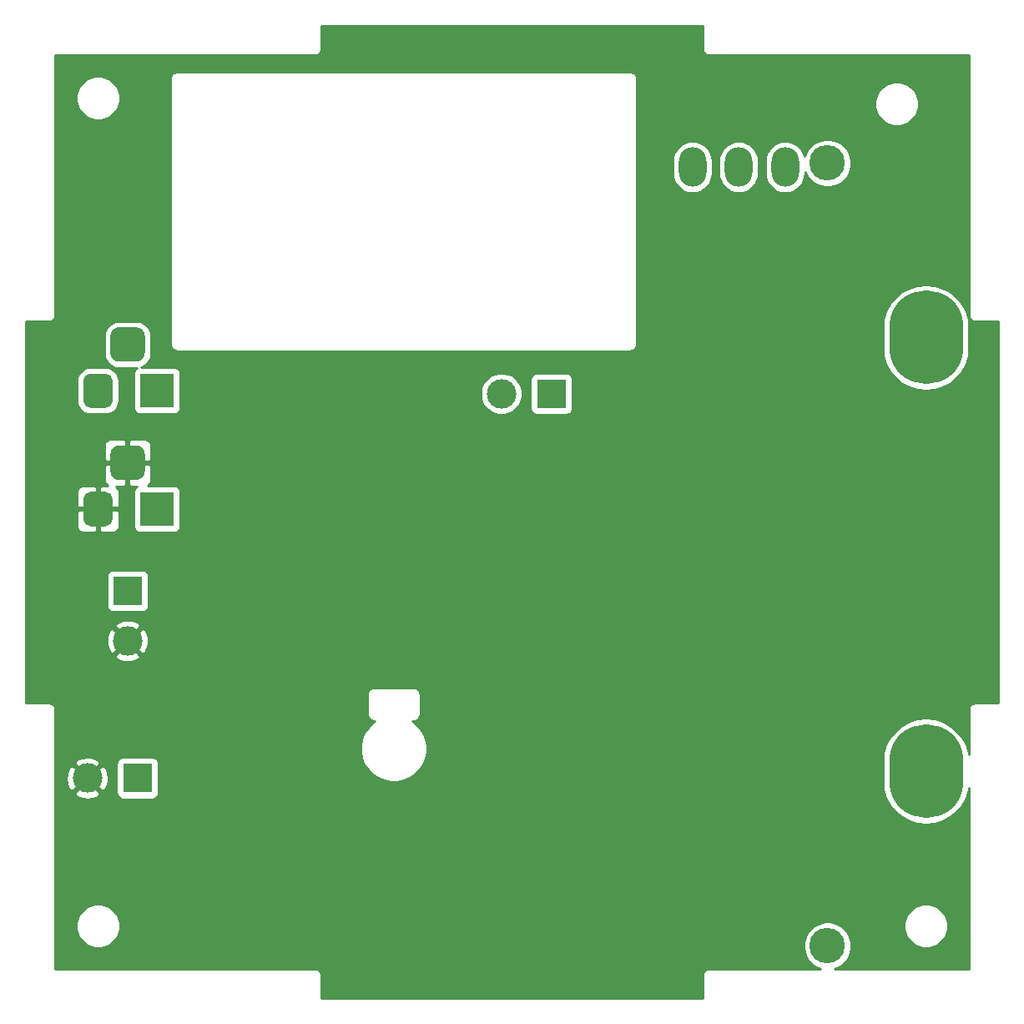
<source format=gbr>
%TF.GenerationSoftware,KiCad,Pcbnew,(5.1.6)-1*%
%TF.CreationDate,2020-10-02T15:43:25+02:00*%
%TF.ProjectId,netzteilegeregelt,6e65747a-7465-4696-9c65-676572656765,rev?*%
%TF.SameCoordinates,Original*%
%TF.FileFunction,Copper,L1,Top*%
%TF.FilePolarity,Positive*%
%FSLAX46Y46*%
G04 Gerber Fmt 4.6, Leading zero omitted, Abs format (unit mm)*
G04 Created by KiCad (PCBNEW (5.1.6)-1) date 2020-10-02 15:43:25*
%MOMM*%
%LPD*%
G01*
G04 APERTURE LIST*
%TA.AperFunction,ComponentPad*%
%ADD10O,2.800000X4.000000*%
%TD*%
%TA.AperFunction,ComponentPad*%
%ADD11C,3.600000*%
%TD*%
%TA.AperFunction,WasherPad*%
%ADD12O,7.500000X9.500000*%
%TD*%
%TA.AperFunction,ComponentPad*%
%ADD13C,3.000000*%
%TD*%
%TA.AperFunction,ComponentPad*%
%ADD14R,3.000000X3.000000*%
%TD*%
%TA.AperFunction,ComponentPad*%
%ADD15R,3.500000X3.500000*%
%TD*%
%TA.AperFunction,Conductor*%
%ADD16C,0.254000*%
%TD*%
G04 APERTURE END LIST*
D10*
%TO.P,SW1,3*%
%TO.N,Net-(R2-Pad1)*%
X127700000Y-65000000D03*
%TO.P,SW1,2*%
%TO.N,Net-(J3-Pad2)*%
X123000000Y-65000000D03*
%TO.P,SW1,1*%
%TO.N,Net-(SW1-Pad1)*%
X118300000Y-65000000D03*
%TD*%
D11*
%TO.P,R2,2*%
%TO.N,Net-(J4-Pad1)*%
X132000000Y-144000000D03*
%TO.P,R2,1*%
%TO.N,Net-(R2-Pad1)*%
X132000000Y-64600000D03*
D12*
%TO.P,R2,*%
%TO.N,*%
X142000000Y-82300000D03*
X142000000Y-126300000D03*
%TD*%
D13*
%TO.P,J5,2*%
%TO.N,GND*%
X61000000Y-113080000D03*
D14*
%TO.P,J5,1*%
%TO.N,+12V*%
X61000000Y-108000000D03*
%TD*%
D13*
%TO.P,J4,2*%
%TO.N,GND*%
X56920000Y-127000000D03*
D14*
%TO.P,J4,1*%
%TO.N,Net-(J4-Pad1)*%
X62000000Y-127000000D03*
%TD*%
D13*
%TO.P,J3,2*%
%TO.N,Net-(J3-Pad2)*%
X98920000Y-88000000D03*
D14*
%TO.P,J3,1*%
%TO.N,+12V*%
X104000000Y-88000000D03*
%TD*%
%TO.P,J2,3*%
%TO.N,GND*%
%TA.AperFunction,ComponentPad*%
G36*
G01*
X59250000Y-95875000D02*
X59250000Y-94125000D01*
G75*
G02*
X60125000Y-93250000I875000J0D01*
G01*
X61875000Y-93250000D01*
G75*
G02*
X62750000Y-94125000I0J-875000D01*
G01*
X62750000Y-95875000D01*
G75*
G02*
X61875000Y-96750000I-875000J0D01*
G01*
X60125000Y-96750000D01*
G75*
G02*
X59250000Y-95875000I0J875000D01*
G01*
G37*
%TD.AperFunction*%
%TO.P,J2,2*%
%TA.AperFunction,ComponentPad*%
G36*
G01*
X56500000Y-100700000D02*
X56500000Y-98700000D01*
G75*
G02*
X57250000Y-97950000I750000J0D01*
G01*
X58750000Y-97950000D01*
G75*
G02*
X59500000Y-98700000I0J-750000D01*
G01*
X59500000Y-100700000D01*
G75*
G02*
X58750000Y-101450000I-750000J0D01*
G01*
X57250000Y-101450000D01*
G75*
G02*
X56500000Y-100700000I0J750000D01*
G01*
G37*
%TD.AperFunction*%
D15*
%TO.P,J2,1*%
%TO.N,+12V*%
X64000000Y-99700000D03*
%TD*%
%TO.P,J1,3*%
%TO.N,Net-(D3-Pad2)*%
%TA.AperFunction,ComponentPad*%
G36*
G01*
X59250000Y-83875000D02*
X59250000Y-82125000D01*
G75*
G02*
X60125000Y-81250000I875000J0D01*
G01*
X61875000Y-81250000D01*
G75*
G02*
X62750000Y-82125000I0J-875000D01*
G01*
X62750000Y-83875000D01*
G75*
G02*
X61875000Y-84750000I-875000J0D01*
G01*
X60125000Y-84750000D01*
G75*
G02*
X59250000Y-83875000I0J875000D01*
G01*
G37*
%TD.AperFunction*%
%TO.P,J1,2*%
%TA.AperFunction,ComponentPad*%
G36*
G01*
X56500000Y-88700000D02*
X56500000Y-86700000D01*
G75*
G02*
X57250000Y-85950000I750000J0D01*
G01*
X58750000Y-85950000D01*
G75*
G02*
X59500000Y-86700000I0J-750000D01*
G01*
X59500000Y-88700000D01*
G75*
G02*
X58750000Y-89450000I-750000J0D01*
G01*
X57250000Y-89450000D01*
G75*
G02*
X56500000Y-88700000I0J750000D01*
G01*
G37*
%TD.AperFunction*%
%TO.P,J1,1*%
%TO.N,Net-(D1-Pad2)*%
X64000000Y-87700000D03*
%TD*%
D16*
%TO.N,GND*%
G36*
X119340000Y-52967580D02*
G01*
X119336807Y-53000000D01*
X119349550Y-53129383D01*
X119387290Y-53253793D01*
X119448575Y-53368450D01*
X119531052Y-53468948D01*
X119631550Y-53551425D01*
X119746207Y-53612710D01*
X119870617Y-53650450D01*
X120000000Y-53663193D01*
X120032419Y-53660000D01*
X146340000Y-53660000D01*
X146340001Y-79967571D01*
X146336807Y-80000000D01*
X146349550Y-80129383D01*
X146387290Y-80253793D01*
X146448575Y-80368450D01*
X146531052Y-80468948D01*
X146631550Y-80551425D01*
X146746207Y-80612710D01*
X146870617Y-80650450D01*
X146967581Y-80660000D01*
X147000000Y-80663193D01*
X147032419Y-80660000D01*
X149340000Y-80660000D01*
X149340001Y-119340000D01*
X147032419Y-119340000D01*
X147000000Y-119336807D01*
X146967581Y-119340000D01*
X146870617Y-119349550D01*
X146746207Y-119387290D01*
X146631550Y-119448575D01*
X146531052Y-119531052D01*
X146448575Y-119631550D01*
X146387290Y-119746207D01*
X146349550Y-119870617D01*
X146336807Y-120000000D01*
X146340001Y-120032429D01*
X146340001Y-124627695D01*
X146321553Y-124440391D01*
X146070814Y-123613815D01*
X145663636Y-122852037D01*
X145115666Y-122184334D01*
X144447963Y-121636364D01*
X143686186Y-121229186D01*
X142859610Y-120978447D01*
X142000000Y-120893783D01*
X141140391Y-120978447D01*
X140313815Y-121229186D01*
X139552038Y-121636364D01*
X138884335Y-122184334D01*
X138336365Y-122852037D01*
X137929186Y-123613814D01*
X137678447Y-124440390D01*
X137615000Y-125084580D01*
X137615000Y-127515419D01*
X137678447Y-128159609D01*
X137929186Y-128986185D01*
X138336364Y-129747963D01*
X138884334Y-130415666D01*
X139552037Y-130963636D01*
X140313814Y-131370814D01*
X141140390Y-131621553D01*
X142000000Y-131706217D01*
X142859609Y-131621553D01*
X143686185Y-131370814D01*
X144447963Y-130963636D01*
X145115666Y-130415666D01*
X145663636Y-129747963D01*
X146070814Y-128986186D01*
X146321553Y-128159610D01*
X146340001Y-127972307D01*
X146340000Y-146340000D01*
X132713701Y-146340000D01*
X133153405Y-146157869D01*
X133552222Y-145891388D01*
X133891388Y-145552222D01*
X134157869Y-145153405D01*
X134341424Y-144710263D01*
X134435000Y-144239827D01*
X134435000Y-143760173D01*
X134341424Y-143289737D01*
X134157869Y-142846595D01*
X133891388Y-142447778D01*
X133552222Y-142108612D01*
X133153405Y-141842131D01*
X133003099Y-141779872D01*
X139765000Y-141779872D01*
X139765000Y-142220128D01*
X139850890Y-142651925D01*
X140019369Y-143058669D01*
X140263962Y-143424729D01*
X140575271Y-143736038D01*
X140941331Y-143980631D01*
X141348075Y-144149110D01*
X141779872Y-144235000D01*
X142220128Y-144235000D01*
X142651925Y-144149110D01*
X143058669Y-143980631D01*
X143424729Y-143736038D01*
X143736038Y-143424729D01*
X143980631Y-143058669D01*
X144149110Y-142651925D01*
X144235000Y-142220128D01*
X144235000Y-141779872D01*
X144149110Y-141348075D01*
X143980631Y-140941331D01*
X143736038Y-140575271D01*
X143424729Y-140263962D01*
X143058669Y-140019369D01*
X142651925Y-139850890D01*
X142220128Y-139765000D01*
X141779872Y-139765000D01*
X141348075Y-139850890D01*
X140941331Y-140019369D01*
X140575271Y-140263962D01*
X140263962Y-140575271D01*
X140019369Y-140941331D01*
X139850890Y-141348075D01*
X139765000Y-141779872D01*
X133003099Y-141779872D01*
X132710263Y-141658576D01*
X132239827Y-141565000D01*
X131760173Y-141565000D01*
X131289737Y-141658576D01*
X130846595Y-141842131D01*
X130447778Y-142108612D01*
X130108612Y-142447778D01*
X129842131Y-142846595D01*
X129658576Y-143289737D01*
X129565000Y-143760173D01*
X129565000Y-144239827D01*
X129658576Y-144710263D01*
X129842131Y-145153405D01*
X130108612Y-145552222D01*
X130447778Y-145891388D01*
X130846595Y-146157869D01*
X131286299Y-146340000D01*
X120032419Y-146340000D01*
X120000000Y-146336807D01*
X119870617Y-146349550D01*
X119746207Y-146387290D01*
X119631550Y-146448575D01*
X119531052Y-146531052D01*
X119448575Y-146631550D01*
X119387290Y-146746207D01*
X119349550Y-146870617D01*
X119336807Y-147000000D01*
X119340000Y-147032418D01*
X119340001Y-149340000D01*
X80660000Y-149340000D01*
X80660000Y-147032418D01*
X80663193Y-147000000D01*
X80650450Y-146870617D01*
X80612710Y-146746207D01*
X80551425Y-146631550D01*
X80468948Y-146531052D01*
X80368450Y-146448575D01*
X80253793Y-146387290D01*
X80129383Y-146349550D01*
X80032419Y-146340000D01*
X80000000Y-146336807D01*
X79967581Y-146340000D01*
X53660000Y-146340000D01*
X53660000Y-141779872D01*
X55765000Y-141779872D01*
X55765000Y-142220128D01*
X55850890Y-142651925D01*
X56019369Y-143058669D01*
X56263962Y-143424729D01*
X56575271Y-143736038D01*
X56941331Y-143980631D01*
X57348075Y-144149110D01*
X57779872Y-144235000D01*
X58220128Y-144235000D01*
X58651925Y-144149110D01*
X59058669Y-143980631D01*
X59424729Y-143736038D01*
X59736038Y-143424729D01*
X59980631Y-143058669D01*
X60149110Y-142651925D01*
X60235000Y-142220128D01*
X60235000Y-141779872D01*
X60149110Y-141348075D01*
X59980631Y-140941331D01*
X59736038Y-140575271D01*
X59424729Y-140263962D01*
X59058669Y-140019369D01*
X58651925Y-139850890D01*
X58220128Y-139765000D01*
X57779872Y-139765000D01*
X57348075Y-139850890D01*
X56941331Y-140019369D01*
X56575271Y-140263962D01*
X56263962Y-140575271D01*
X56019369Y-140941331D01*
X55850890Y-141348075D01*
X55765000Y-141779872D01*
X53660000Y-141779872D01*
X53660000Y-128491653D01*
X55607952Y-128491653D01*
X55763962Y-128807214D01*
X56138745Y-128998020D01*
X56543551Y-129112044D01*
X56962824Y-129144902D01*
X57380451Y-129095334D01*
X57780383Y-128965243D01*
X58076038Y-128807214D01*
X58232048Y-128491653D01*
X56920000Y-127179605D01*
X55607952Y-128491653D01*
X53660000Y-128491653D01*
X53660000Y-127042824D01*
X54775098Y-127042824D01*
X54824666Y-127460451D01*
X54954757Y-127860383D01*
X55112786Y-128156038D01*
X55428347Y-128312048D01*
X56740395Y-127000000D01*
X57099605Y-127000000D01*
X58411653Y-128312048D01*
X58727214Y-128156038D01*
X58918020Y-127781255D01*
X59032044Y-127376449D01*
X59064902Y-126957176D01*
X59015334Y-126539549D01*
X58885243Y-126139617D01*
X58727214Y-125843962D01*
X58411653Y-125687952D01*
X57099605Y-127000000D01*
X56740395Y-127000000D01*
X55428347Y-125687952D01*
X55112786Y-125843962D01*
X54921980Y-126218745D01*
X54807956Y-126623551D01*
X54775098Y-127042824D01*
X53660000Y-127042824D01*
X53660000Y-125508347D01*
X55607952Y-125508347D01*
X56920000Y-126820395D01*
X58232048Y-125508347D01*
X58227922Y-125500000D01*
X59861928Y-125500000D01*
X59861928Y-128500000D01*
X59874188Y-128624482D01*
X59910498Y-128744180D01*
X59969463Y-128854494D01*
X60048815Y-128951185D01*
X60145506Y-129030537D01*
X60255820Y-129089502D01*
X60375518Y-129125812D01*
X60500000Y-129138072D01*
X63500000Y-129138072D01*
X63624482Y-129125812D01*
X63744180Y-129089502D01*
X63854494Y-129030537D01*
X63951185Y-128951185D01*
X64030537Y-128854494D01*
X64089502Y-128744180D01*
X64125812Y-128624482D01*
X64138072Y-128500000D01*
X64138072Y-125500000D01*
X64125812Y-125375518D01*
X64089502Y-125255820D01*
X64030537Y-125145506D01*
X63951185Y-125048815D01*
X63854494Y-124969463D01*
X63744180Y-124910498D01*
X63624482Y-124874188D01*
X63500000Y-124861928D01*
X60500000Y-124861928D01*
X60375518Y-124874188D01*
X60255820Y-124910498D01*
X60145506Y-124969463D01*
X60048815Y-125048815D01*
X59969463Y-125145506D01*
X59910498Y-125255820D01*
X59874188Y-125375518D01*
X59861928Y-125500000D01*
X58227922Y-125500000D01*
X58076038Y-125192786D01*
X57701255Y-125001980D01*
X57296449Y-124887956D01*
X56877176Y-124855098D01*
X56459549Y-124904666D01*
X56059617Y-125034757D01*
X55763962Y-125192786D01*
X55607952Y-125508347D01*
X53660000Y-125508347D01*
X53660000Y-123666607D01*
X84615000Y-123666607D01*
X84615000Y-124333393D01*
X84745083Y-124987368D01*
X85000252Y-125603399D01*
X85370698Y-126157812D01*
X85842188Y-126629302D01*
X86396601Y-126999748D01*
X87012632Y-127254917D01*
X87666607Y-127385000D01*
X88333393Y-127385000D01*
X88987368Y-127254917D01*
X89603399Y-126999748D01*
X90157812Y-126629302D01*
X90629302Y-126157812D01*
X90999748Y-125603399D01*
X91254917Y-124987368D01*
X91385000Y-124333393D01*
X91385000Y-123666607D01*
X91254917Y-123012632D01*
X90999748Y-122396601D01*
X90629302Y-121842188D01*
X90157812Y-121370698D01*
X89894861Y-121195000D01*
X89965866Y-121195000D01*
X90000000Y-121198362D01*
X90136244Y-121184943D01*
X90267252Y-121145202D01*
X90387989Y-121080667D01*
X90493817Y-120993817D01*
X90580667Y-120887989D01*
X90645202Y-120767252D01*
X90684943Y-120636244D01*
X90695000Y-120534135D01*
X90695000Y-120534134D01*
X90698362Y-120500000D01*
X90695000Y-120465865D01*
X90695000Y-118534135D01*
X90698362Y-118500000D01*
X90684943Y-118363756D01*
X90645202Y-118232748D01*
X90580667Y-118112011D01*
X90493817Y-118006183D01*
X90387989Y-117919333D01*
X90267252Y-117854798D01*
X90136244Y-117815057D01*
X90034135Y-117805000D01*
X90034134Y-117805000D01*
X90000000Y-117801638D01*
X89965865Y-117805000D01*
X86034135Y-117805000D01*
X86000000Y-117801638D01*
X85965866Y-117805000D01*
X85965865Y-117805000D01*
X85863756Y-117815057D01*
X85732748Y-117854798D01*
X85612011Y-117919333D01*
X85506183Y-118006183D01*
X85419333Y-118112011D01*
X85354798Y-118232748D01*
X85315057Y-118363756D01*
X85301638Y-118500000D01*
X85305001Y-118534144D01*
X85305000Y-120465865D01*
X85301638Y-120500000D01*
X85315057Y-120636244D01*
X85354798Y-120767252D01*
X85419333Y-120887989D01*
X85506183Y-120993817D01*
X85612011Y-121080667D01*
X85732748Y-121145202D01*
X85863756Y-121184943D01*
X86000000Y-121198362D01*
X86034134Y-121195000D01*
X86105139Y-121195000D01*
X85842188Y-121370698D01*
X85370698Y-121842188D01*
X85000252Y-122396601D01*
X84745083Y-123012632D01*
X84615000Y-123666607D01*
X53660000Y-123666607D01*
X53660000Y-120032418D01*
X53663193Y-120000000D01*
X53650450Y-119870617D01*
X53612710Y-119746207D01*
X53551425Y-119631550D01*
X53468948Y-119531052D01*
X53368450Y-119448575D01*
X53253793Y-119387290D01*
X53129383Y-119349550D01*
X53032419Y-119340000D01*
X53000000Y-119336807D01*
X52967581Y-119340000D01*
X50660000Y-119340000D01*
X50660000Y-114571653D01*
X59687952Y-114571653D01*
X59843962Y-114887214D01*
X60218745Y-115078020D01*
X60623551Y-115192044D01*
X61042824Y-115224902D01*
X61460451Y-115175334D01*
X61860383Y-115045243D01*
X62156038Y-114887214D01*
X62312048Y-114571653D01*
X61000000Y-113259605D01*
X59687952Y-114571653D01*
X50660000Y-114571653D01*
X50660000Y-113122824D01*
X58855098Y-113122824D01*
X58904666Y-113540451D01*
X59034757Y-113940383D01*
X59192786Y-114236038D01*
X59508347Y-114392048D01*
X60820395Y-113080000D01*
X61179605Y-113080000D01*
X62491653Y-114392048D01*
X62807214Y-114236038D01*
X62998020Y-113861255D01*
X63112044Y-113456449D01*
X63144902Y-113037176D01*
X63095334Y-112619549D01*
X62965243Y-112219617D01*
X62807214Y-111923962D01*
X62491653Y-111767952D01*
X61179605Y-113080000D01*
X60820395Y-113080000D01*
X59508347Y-111767952D01*
X59192786Y-111923962D01*
X59001980Y-112298745D01*
X58887956Y-112703551D01*
X58855098Y-113122824D01*
X50660000Y-113122824D01*
X50660000Y-111588347D01*
X59687952Y-111588347D01*
X61000000Y-112900395D01*
X62312048Y-111588347D01*
X62156038Y-111272786D01*
X61781255Y-111081980D01*
X61376449Y-110967956D01*
X60957176Y-110935098D01*
X60539549Y-110984666D01*
X60139617Y-111114757D01*
X59843962Y-111272786D01*
X59687952Y-111588347D01*
X50660000Y-111588347D01*
X50660000Y-106500000D01*
X58861928Y-106500000D01*
X58861928Y-109500000D01*
X58874188Y-109624482D01*
X58910498Y-109744180D01*
X58969463Y-109854494D01*
X59048815Y-109951185D01*
X59145506Y-110030537D01*
X59255820Y-110089502D01*
X59375518Y-110125812D01*
X59500000Y-110138072D01*
X62500000Y-110138072D01*
X62624482Y-110125812D01*
X62744180Y-110089502D01*
X62854494Y-110030537D01*
X62951185Y-109951185D01*
X63030537Y-109854494D01*
X63089502Y-109744180D01*
X63125812Y-109624482D01*
X63138072Y-109500000D01*
X63138072Y-106500000D01*
X63125812Y-106375518D01*
X63089502Y-106255820D01*
X63030537Y-106145506D01*
X62951185Y-106048815D01*
X62854494Y-105969463D01*
X62744180Y-105910498D01*
X62624482Y-105874188D01*
X62500000Y-105861928D01*
X59500000Y-105861928D01*
X59375518Y-105874188D01*
X59255820Y-105910498D01*
X59145506Y-105969463D01*
X59048815Y-106048815D01*
X58969463Y-106145506D01*
X58910498Y-106255820D01*
X58874188Y-106375518D01*
X58861928Y-106500000D01*
X50660000Y-106500000D01*
X50660000Y-101450000D01*
X55861928Y-101450000D01*
X55874188Y-101574482D01*
X55910498Y-101694180D01*
X55969463Y-101804494D01*
X56048815Y-101901185D01*
X56145506Y-101980537D01*
X56255820Y-102039502D01*
X56375518Y-102075812D01*
X56500000Y-102088072D01*
X57714250Y-102085000D01*
X57873000Y-101926250D01*
X57873000Y-99827000D01*
X58127000Y-99827000D01*
X58127000Y-101926250D01*
X58285750Y-102085000D01*
X59500000Y-102088072D01*
X59624482Y-102075812D01*
X59744180Y-102039502D01*
X59854494Y-101980537D01*
X59951185Y-101901185D01*
X60030537Y-101804494D01*
X60089502Y-101694180D01*
X60125812Y-101574482D01*
X60138072Y-101450000D01*
X60135000Y-99985750D01*
X59976250Y-99827000D01*
X58127000Y-99827000D01*
X57873000Y-99827000D01*
X56023750Y-99827000D01*
X55865000Y-99985750D01*
X55861928Y-101450000D01*
X50660000Y-101450000D01*
X50660000Y-97950000D01*
X55861928Y-97950000D01*
X55865000Y-99414250D01*
X56023750Y-99573000D01*
X57873000Y-99573000D01*
X57873000Y-97473750D01*
X58127000Y-97473750D01*
X58127000Y-99573000D01*
X59976250Y-99573000D01*
X60135000Y-99414250D01*
X60138072Y-97950000D01*
X60125812Y-97825518D01*
X60089502Y-97705820D01*
X60030537Y-97595506D01*
X59951185Y-97498815D01*
X59854494Y-97419463D01*
X59793633Y-97386931D01*
X60714250Y-97385000D01*
X60873000Y-97226250D01*
X60873000Y-95127000D01*
X61127000Y-95127000D01*
X61127000Y-97226250D01*
X61285750Y-97385000D01*
X61957345Y-97386409D01*
X61895506Y-97419463D01*
X61798815Y-97498815D01*
X61719463Y-97595506D01*
X61660498Y-97705820D01*
X61624188Y-97825518D01*
X61611928Y-97950000D01*
X61611928Y-101450000D01*
X61624188Y-101574482D01*
X61660498Y-101694180D01*
X61719463Y-101804494D01*
X61798815Y-101901185D01*
X61895506Y-101980537D01*
X62005820Y-102039502D01*
X62125518Y-102075812D01*
X62250000Y-102088072D01*
X65750000Y-102088072D01*
X65874482Y-102075812D01*
X65994180Y-102039502D01*
X66104494Y-101980537D01*
X66201185Y-101901185D01*
X66280537Y-101804494D01*
X66339502Y-101694180D01*
X66375812Y-101574482D01*
X66388072Y-101450000D01*
X66388072Y-97950000D01*
X66375812Y-97825518D01*
X66339502Y-97705820D01*
X66280537Y-97595506D01*
X66201185Y-97498815D01*
X66104494Y-97419463D01*
X65994180Y-97360498D01*
X65874482Y-97324188D01*
X65750000Y-97311928D01*
X63045767Y-97311928D01*
X63104494Y-97280537D01*
X63201185Y-97201185D01*
X63280537Y-97104494D01*
X63339502Y-96994180D01*
X63375812Y-96874482D01*
X63388072Y-96750000D01*
X63385000Y-95285750D01*
X63226250Y-95127000D01*
X61127000Y-95127000D01*
X60873000Y-95127000D01*
X58773750Y-95127000D01*
X58615000Y-95285750D01*
X58611928Y-96750000D01*
X58624188Y-96874482D01*
X58660498Y-96994180D01*
X58719463Y-97104494D01*
X58798815Y-97201185D01*
X58895506Y-97280537D01*
X58956805Y-97313302D01*
X58285750Y-97315000D01*
X58127000Y-97473750D01*
X57873000Y-97473750D01*
X57714250Y-97315000D01*
X56500000Y-97311928D01*
X56375518Y-97324188D01*
X56255820Y-97360498D01*
X56145506Y-97419463D01*
X56048815Y-97498815D01*
X55969463Y-97595506D01*
X55910498Y-97705820D01*
X55874188Y-97825518D01*
X55861928Y-97950000D01*
X50660000Y-97950000D01*
X50660000Y-93250000D01*
X58611928Y-93250000D01*
X58615000Y-94714250D01*
X58773750Y-94873000D01*
X60873000Y-94873000D01*
X60873000Y-92773750D01*
X61127000Y-92773750D01*
X61127000Y-94873000D01*
X63226250Y-94873000D01*
X63385000Y-94714250D01*
X63388072Y-93250000D01*
X63375812Y-93125518D01*
X63339502Y-93005820D01*
X63280537Y-92895506D01*
X63201185Y-92798815D01*
X63104494Y-92719463D01*
X62994180Y-92660498D01*
X62874482Y-92624188D01*
X62750000Y-92611928D01*
X61285750Y-92615000D01*
X61127000Y-92773750D01*
X60873000Y-92773750D01*
X60714250Y-92615000D01*
X59250000Y-92611928D01*
X59125518Y-92624188D01*
X59005820Y-92660498D01*
X58895506Y-92719463D01*
X58798815Y-92798815D01*
X58719463Y-92895506D01*
X58660498Y-93005820D01*
X58624188Y-93125518D01*
X58611928Y-93250000D01*
X50660000Y-93250000D01*
X50660000Y-86700000D01*
X55861928Y-86700000D01*
X55861928Y-88700000D01*
X55888599Y-88970799D01*
X55967589Y-89231192D01*
X56095860Y-89471171D01*
X56268485Y-89681515D01*
X56478829Y-89854140D01*
X56718808Y-89982411D01*
X56979201Y-90061401D01*
X57250000Y-90088072D01*
X58750000Y-90088072D01*
X59020799Y-90061401D01*
X59281192Y-89982411D01*
X59521171Y-89854140D01*
X59731515Y-89681515D01*
X59904140Y-89471171D01*
X60032411Y-89231192D01*
X60111401Y-88970799D01*
X60138072Y-88700000D01*
X60138072Y-86700000D01*
X60111401Y-86429201D01*
X60032411Y-86168808D01*
X59904140Y-85928829D01*
X59731515Y-85718485D01*
X59521171Y-85545860D01*
X59281192Y-85417589D01*
X59020799Y-85338599D01*
X58750000Y-85311928D01*
X57250000Y-85311928D01*
X56979201Y-85338599D01*
X56718808Y-85417589D01*
X56478829Y-85545860D01*
X56268485Y-85718485D01*
X56095860Y-85928829D01*
X55967589Y-86168808D01*
X55888599Y-86429201D01*
X55861928Y-86700000D01*
X50660000Y-86700000D01*
X50660000Y-82125000D01*
X58611928Y-82125000D01*
X58611928Y-83875000D01*
X58641001Y-84170186D01*
X58727104Y-84454028D01*
X58866927Y-84715618D01*
X59055097Y-84944903D01*
X59284382Y-85133073D01*
X59545972Y-85272896D01*
X59829814Y-85358999D01*
X60125000Y-85388072D01*
X61875000Y-85388072D01*
X61972131Y-85378506D01*
X61895506Y-85419463D01*
X61798815Y-85498815D01*
X61719463Y-85595506D01*
X61660498Y-85705820D01*
X61624188Y-85825518D01*
X61611928Y-85950000D01*
X61611928Y-89450000D01*
X61624188Y-89574482D01*
X61660498Y-89694180D01*
X61719463Y-89804494D01*
X61798815Y-89901185D01*
X61895506Y-89980537D01*
X62005820Y-90039502D01*
X62125518Y-90075812D01*
X62250000Y-90088072D01*
X65750000Y-90088072D01*
X65874482Y-90075812D01*
X65994180Y-90039502D01*
X66104494Y-89980537D01*
X66201185Y-89901185D01*
X66280537Y-89804494D01*
X66339502Y-89694180D01*
X66375812Y-89574482D01*
X66388072Y-89450000D01*
X66388072Y-87789721D01*
X96785000Y-87789721D01*
X96785000Y-88210279D01*
X96867047Y-88622756D01*
X97027988Y-89011302D01*
X97261637Y-89360983D01*
X97559017Y-89658363D01*
X97908698Y-89892012D01*
X98297244Y-90052953D01*
X98709721Y-90135000D01*
X99130279Y-90135000D01*
X99542756Y-90052953D01*
X99931302Y-89892012D01*
X100280983Y-89658363D01*
X100578363Y-89360983D01*
X100812012Y-89011302D01*
X100972953Y-88622756D01*
X101055000Y-88210279D01*
X101055000Y-87789721D01*
X100972953Y-87377244D01*
X100812012Y-86988698D01*
X100578363Y-86639017D01*
X100439346Y-86500000D01*
X101861928Y-86500000D01*
X101861928Y-89500000D01*
X101874188Y-89624482D01*
X101910498Y-89744180D01*
X101969463Y-89854494D01*
X102048815Y-89951185D01*
X102145506Y-90030537D01*
X102255820Y-90089502D01*
X102375518Y-90125812D01*
X102500000Y-90138072D01*
X105500000Y-90138072D01*
X105624482Y-90125812D01*
X105744180Y-90089502D01*
X105854494Y-90030537D01*
X105951185Y-89951185D01*
X106030537Y-89854494D01*
X106089502Y-89744180D01*
X106125812Y-89624482D01*
X106138072Y-89500000D01*
X106138072Y-86500000D01*
X106125812Y-86375518D01*
X106089502Y-86255820D01*
X106030537Y-86145506D01*
X105951185Y-86048815D01*
X105854494Y-85969463D01*
X105744180Y-85910498D01*
X105624482Y-85874188D01*
X105500000Y-85861928D01*
X102500000Y-85861928D01*
X102375518Y-85874188D01*
X102255820Y-85910498D01*
X102145506Y-85969463D01*
X102048815Y-86048815D01*
X101969463Y-86145506D01*
X101910498Y-86255820D01*
X101874188Y-86375518D01*
X101861928Y-86500000D01*
X100439346Y-86500000D01*
X100280983Y-86341637D01*
X99931302Y-86107988D01*
X99542756Y-85947047D01*
X99130279Y-85865000D01*
X98709721Y-85865000D01*
X98297244Y-85947047D01*
X97908698Y-86107988D01*
X97559017Y-86341637D01*
X97261637Y-86639017D01*
X97027988Y-86988698D01*
X96867047Y-87377244D01*
X96785000Y-87789721D01*
X66388072Y-87789721D01*
X66388072Y-85950000D01*
X66375812Y-85825518D01*
X66339502Y-85705820D01*
X66280537Y-85595506D01*
X66201185Y-85498815D01*
X66104494Y-85419463D01*
X65994180Y-85360498D01*
X65874482Y-85324188D01*
X65750000Y-85311928D01*
X62325357Y-85311928D01*
X62454028Y-85272896D01*
X62715618Y-85133073D01*
X62944903Y-84944903D01*
X63133073Y-84715618D01*
X63272896Y-84454028D01*
X63358999Y-84170186D01*
X63388072Y-83875000D01*
X63388072Y-82125000D01*
X63358999Y-81829814D01*
X63272896Y-81545972D01*
X63133073Y-81284382D01*
X62944903Y-81055097D01*
X62715618Y-80866927D01*
X62454028Y-80727104D01*
X62170186Y-80641001D01*
X61875000Y-80611928D01*
X60125000Y-80611928D01*
X59829814Y-80641001D01*
X59545972Y-80727104D01*
X59284382Y-80866927D01*
X59055097Y-81055097D01*
X58866927Y-81284382D01*
X58727104Y-81545972D01*
X58641001Y-81829814D01*
X58611928Y-82125000D01*
X50660000Y-82125000D01*
X50660000Y-80660000D01*
X52967581Y-80660000D01*
X53000000Y-80663193D01*
X53032419Y-80660000D01*
X53129383Y-80650450D01*
X53253793Y-80612710D01*
X53368450Y-80551425D01*
X53468948Y-80468948D01*
X53551425Y-80368450D01*
X53612710Y-80253793D01*
X53650450Y-80129383D01*
X53663193Y-80000000D01*
X53660000Y-79967581D01*
X53660000Y-57779872D01*
X55765000Y-57779872D01*
X55765000Y-58220128D01*
X55850890Y-58651925D01*
X56019369Y-59058669D01*
X56263962Y-59424729D01*
X56575271Y-59736038D01*
X56941331Y-59980631D01*
X57348075Y-60149110D01*
X57779872Y-60235000D01*
X58220128Y-60235000D01*
X58651925Y-60149110D01*
X59058669Y-59980631D01*
X59424729Y-59736038D01*
X59736038Y-59424729D01*
X59980631Y-59058669D01*
X60149110Y-58651925D01*
X60235000Y-58220128D01*
X60235000Y-57779872D01*
X60149110Y-57348075D01*
X59980631Y-56941331D01*
X59736038Y-56575271D01*
X59424729Y-56263962D01*
X59058669Y-56019369D01*
X59011909Y-56000000D01*
X65336807Y-56000000D01*
X65340001Y-56032429D01*
X65340000Y-82967581D01*
X65336807Y-83000000D01*
X65349550Y-83129383D01*
X65387290Y-83253793D01*
X65448575Y-83368450D01*
X65531052Y-83468948D01*
X65631550Y-83551425D01*
X65746207Y-83612710D01*
X65870617Y-83650450D01*
X66000000Y-83663193D01*
X66032419Y-83660000D01*
X111967581Y-83660000D01*
X112000000Y-83663193D01*
X112032419Y-83660000D01*
X112129383Y-83650450D01*
X112253793Y-83612710D01*
X112368450Y-83551425D01*
X112468948Y-83468948D01*
X112551425Y-83368450D01*
X112612710Y-83253793D01*
X112650450Y-83129383D01*
X112663193Y-83000000D01*
X112660000Y-82967581D01*
X112660000Y-81084580D01*
X137615000Y-81084580D01*
X137615000Y-83515419D01*
X137678447Y-84159609D01*
X137929186Y-84986185D01*
X138336364Y-85747963D01*
X138884334Y-86415666D01*
X139552037Y-86963636D01*
X140313814Y-87370814D01*
X141140390Y-87621553D01*
X142000000Y-87706217D01*
X142859609Y-87621553D01*
X143686185Y-87370814D01*
X144447963Y-86963636D01*
X145115666Y-86415666D01*
X145663636Y-85747963D01*
X146070814Y-84986186D01*
X146321553Y-84159610D01*
X146385000Y-83515420D01*
X146385000Y-81084581D01*
X146321553Y-80440391D01*
X146070814Y-79613815D01*
X145663636Y-78852037D01*
X145115666Y-78184334D01*
X144447963Y-77636364D01*
X143686186Y-77229186D01*
X142859610Y-76978447D01*
X142000000Y-76893783D01*
X141140391Y-76978447D01*
X140313815Y-77229186D01*
X139552038Y-77636364D01*
X138884335Y-78184334D01*
X138336365Y-78852037D01*
X137929186Y-79613814D01*
X137678447Y-80440390D01*
X137615000Y-81084580D01*
X112660000Y-81084580D01*
X112660000Y-64300032D01*
X116265000Y-64300032D01*
X116265000Y-65699969D01*
X116294445Y-65998930D01*
X116410810Y-66382529D01*
X116599774Y-66736056D01*
X116854077Y-67045924D01*
X117163945Y-67300227D01*
X117517472Y-67489191D01*
X117901071Y-67605555D01*
X118300000Y-67644846D01*
X118698930Y-67605555D01*
X119082529Y-67489191D01*
X119436056Y-67300227D01*
X119745924Y-67045924D01*
X120000227Y-66736056D01*
X120189191Y-66382529D01*
X120305555Y-65998929D01*
X120335000Y-65699968D01*
X120335000Y-64300032D01*
X120965000Y-64300032D01*
X120965000Y-65699969D01*
X120994445Y-65998930D01*
X121110810Y-66382529D01*
X121299774Y-66736056D01*
X121554077Y-67045924D01*
X121863945Y-67300227D01*
X122217472Y-67489191D01*
X122601071Y-67605555D01*
X123000000Y-67644846D01*
X123398930Y-67605555D01*
X123782529Y-67489191D01*
X124136056Y-67300227D01*
X124445924Y-67045924D01*
X124700227Y-66736056D01*
X124889191Y-66382529D01*
X125005555Y-65998929D01*
X125035000Y-65699968D01*
X125035000Y-64300032D01*
X125665000Y-64300032D01*
X125665000Y-65699969D01*
X125694445Y-65998930D01*
X125810810Y-66382529D01*
X125999774Y-66736056D01*
X126254077Y-67045924D01*
X126563945Y-67300227D01*
X126917472Y-67489191D01*
X127301071Y-67605555D01*
X127700000Y-67644846D01*
X128098930Y-67605555D01*
X128482529Y-67489191D01*
X128836056Y-67300227D01*
X129145924Y-67045924D01*
X129400227Y-66736056D01*
X129589191Y-66382529D01*
X129705555Y-65998929D01*
X129735000Y-65699968D01*
X129735000Y-65494767D01*
X129842131Y-65753405D01*
X130108612Y-66152222D01*
X130447778Y-66491388D01*
X130846595Y-66757869D01*
X131289737Y-66941424D01*
X131760173Y-67035000D01*
X132239827Y-67035000D01*
X132710263Y-66941424D01*
X133153405Y-66757869D01*
X133552222Y-66491388D01*
X133891388Y-66152222D01*
X134157869Y-65753405D01*
X134341424Y-65310263D01*
X134435000Y-64839827D01*
X134435000Y-64360173D01*
X134341424Y-63889737D01*
X134157869Y-63446595D01*
X133891388Y-63047778D01*
X133552222Y-62708612D01*
X133153405Y-62442131D01*
X132710263Y-62258576D01*
X132239827Y-62165000D01*
X131760173Y-62165000D01*
X131289737Y-62258576D01*
X130846595Y-62442131D01*
X130447778Y-62708612D01*
X130108612Y-63047778D01*
X129842131Y-63446595D01*
X129666199Y-63871332D01*
X129589191Y-63617471D01*
X129400227Y-63263944D01*
X129145924Y-62954076D01*
X128836056Y-62699773D01*
X128482528Y-62510809D01*
X128098929Y-62394445D01*
X127700000Y-62355154D01*
X127301070Y-62394445D01*
X126917471Y-62510809D01*
X126563944Y-62699773D01*
X126254076Y-62954076D01*
X125999773Y-63263944D01*
X125810809Y-63617472D01*
X125694445Y-64001071D01*
X125665000Y-64300032D01*
X125035000Y-64300032D01*
X125035000Y-64300031D01*
X125005555Y-64001070D01*
X124889191Y-63617471D01*
X124700227Y-63263944D01*
X124445924Y-62954076D01*
X124136056Y-62699773D01*
X123782528Y-62510809D01*
X123398929Y-62394445D01*
X123000000Y-62355154D01*
X122601070Y-62394445D01*
X122217471Y-62510809D01*
X121863944Y-62699773D01*
X121554076Y-62954076D01*
X121299773Y-63263944D01*
X121110809Y-63617472D01*
X120994445Y-64001071D01*
X120965000Y-64300032D01*
X120335000Y-64300032D01*
X120335000Y-64300031D01*
X120305555Y-64001070D01*
X120189191Y-63617471D01*
X120000227Y-63263944D01*
X119745924Y-62954076D01*
X119436056Y-62699773D01*
X119082528Y-62510809D01*
X118698929Y-62394445D01*
X118300000Y-62355154D01*
X117901070Y-62394445D01*
X117517471Y-62510809D01*
X117163944Y-62699773D01*
X116854076Y-62954076D01*
X116599773Y-63263944D01*
X116410809Y-63617472D01*
X116294445Y-64001071D01*
X116265000Y-64300032D01*
X112660000Y-64300032D01*
X112660000Y-58354872D01*
X136805000Y-58354872D01*
X136805000Y-58795128D01*
X136890890Y-59226925D01*
X137059369Y-59633669D01*
X137303962Y-59999729D01*
X137615271Y-60311038D01*
X137981331Y-60555631D01*
X138388075Y-60724110D01*
X138819872Y-60810000D01*
X139260128Y-60810000D01*
X139691925Y-60724110D01*
X140098669Y-60555631D01*
X140464729Y-60311038D01*
X140776038Y-59999729D01*
X141020631Y-59633669D01*
X141189110Y-59226925D01*
X141275000Y-58795128D01*
X141275000Y-58354872D01*
X141189110Y-57923075D01*
X141020631Y-57516331D01*
X140776038Y-57150271D01*
X140464729Y-56838962D01*
X140098669Y-56594369D01*
X139691925Y-56425890D01*
X139260128Y-56340000D01*
X138819872Y-56340000D01*
X138388075Y-56425890D01*
X137981331Y-56594369D01*
X137615271Y-56838962D01*
X137303962Y-57150271D01*
X137059369Y-57516331D01*
X136890890Y-57923075D01*
X136805000Y-58354872D01*
X112660000Y-58354872D01*
X112660000Y-56032419D01*
X112663193Y-56000000D01*
X112650450Y-55870617D01*
X112612710Y-55746207D01*
X112551425Y-55631550D01*
X112468948Y-55531052D01*
X112368450Y-55448575D01*
X112253793Y-55387290D01*
X112129383Y-55349550D01*
X112032419Y-55340000D01*
X112000000Y-55336807D01*
X111967581Y-55340000D01*
X66032419Y-55340000D01*
X66000000Y-55336807D01*
X65967581Y-55340000D01*
X65870617Y-55349550D01*
X65746207Y-55387290D01*
X65631550Y-55448575D01*
X65531052Y-55531052D01*
X65448575Y-55631550D01*
X65387290Y-55746207D01*
X65349550Y-55870617D01*
X65336807Y-56000000D01*
X59011909Y-56000000D01*
X58651925Y-55850890D01*
X58220128Y-55765000D01*
X57779872Y-55765000D01*
X57348075Y-55850890D01*
X56941331Y-56019369D01*
X56575271Y-56263962D01*
X56263962Y-56575271D01*
X56019369Y-56941331D01*
X55850890Y-57348075D01*
X55765000Y-57779872D01*
X53660000Y-57779872D01*
X53660000Y-53660000D01*
X79967581Y-53660000D01*
X80000000Y-53663193D01*
X80032419Y-53660000D01*
X80129383Y-53650450D01*
X80253793Y-53612710D01*
X80368450Y-53551425D01*
X80468948Y-53468948D01*
X80551425Y-53368450D01*
X80612710Y-53253793D01*
X80650450Y-53129383D01*
X80663193Y-53000000D01*
X80660000Y-52967581D01*
X80660000Y-50660000D01*
X119340001Y-50660000D01*
X119340000Y-52967580D01*
G37*
X119340000Y-52967580D02*
X119336807Y-53000000D01*
X119349550Y-53129383D01*
X119387290Y-53253793D01*
X119448575Y-53368450D01*
X119531052Y-53468948D01*
X119631550Y-53551425D01*
X119746207Y-53612710D01*
X119870617Y-53650450D01*
X120000000Y-53663193D01*
X120032419Y-53660000D01*
X146340000Y-53660000D01*
X146340001Y-79967571D01*
X146336807Y-80000000D01*
X146349550Y-80129383D01*
X146387290Y-80253793D01*
X146448575Y-80368450D01*
X146531052Y-80468948D01*
X146631550Y-80551425D01*
X146746207Y-80612710D01*
X146870617Y-80650450D01*
X146967581Y-80660000D01*
X147000000Y-80663193D01*
X147032419Y-80660000D01*
X149340000Y-80660000D01*
X149340001Y-119340000D01*
X147032419Y-119340000D01*
X147000000Y-119336807D01*
X146967581Y-119340000D01*
X146870617Y-119349550D01*
X146746207Y-119387290D01*
X146631550Y-119448575D01*
X146531052Y-119531052D01*
X146448575Y-119631550D01*
X146387290Y-119746207D01*
X146349550Y-119870617D01*
X146336807Y-120000000D01*
X146340001Y-120032429D01*
X146340001Y-124627695D01*
X146321553Y-124440391D01*
X146070814Y-123613815D01*
X145663636Y-122852037D01*
X145115666Y-122184334D01*
X144447963Y-121636364D01*
X143686186Y-121229186D01*
X142859610Y-120978447D01*
X142000000Y-120893783D01*
X141140391Y-120978447D01*
X140313815Y-121229186D01*
X139552038Y-121636364D01*
X138884335Y-122184334D01*
X138336365Y-122852037D01*
X137929186Y-123613814D01*
X137678447Y-124440390D01*
X137615000Y-125084580D01*
X137615000Y-127515419D01*
X137678447Y-128159609D01*
X137929186Y-128986185D01*
X138336364Y-129747963D01*
X138884334Y-130415666D01*
X139552037Y-130963636D01*
X140313814Y-131370814D01*
X141140390Y-131621553D01*
X142000000Y-131706217D01*
X142859609Y-131621553D01*
X143686185Y-131370814D01*
X144447963Y-130963636D01*
X145115666Y-130415666D01*
X145663636Y-129747963D01*
X146070814Y-128986186D01*
X146321553Y-128159610D01*
X146340001Y-127972307D01*
X146340000Y-146340000D01*
X132713701Y-146340000D01*
X133153405Y-146157869D01*
X133552222Y-145891388D01*
X133891388Y-145552222D01*
X134157869Y-145153405D01*
X134341424Y-144710263D01*
X134435000Y-144239827D01*
X134435000Y-143760173D01*
X134341424Y-143289737D01*
X134157869Y-142846595D01*
X133891388Y-142447778D01*
X133552222Y-142108612D01*
X133153405Y-141842131D01*
X133003099Y-141779872D01*
X139765000Y-141779872D01*
X139765000Y-142220128D01*
X139850890Y-142651925D01*
X140019369Y-143058669D01*
X140263962Y-143424729D01*
X140575271Y-143736038D01*
X140941331Y-143980631D01*
X141348075Y-144149110D01*
X141779872Y-144235000D01*
X142220128Y-144235000D01*
X142651925Y-144149110D01*
X143058669Y-143980631D01*
X143424729Y-143736038D01*
X143736038Y-143424729D01*
X143980631Y-143058669D01*
X144149110Y-142651925D01*
X144235000Y-142220128D01*
X144235000Y-141779872D01*
X144149110Y-141348075D01*
X143980631Y-140941331D01*
X143736038Y-140575271D01*
X143424729Y-140263962D01*
X143058669Y-140019369D01*
X142651925Y-139850890D01*
X142220128Y-139765000D01*
X141779872Y-139765000D01*
X141348075Y-139850890D01*
X140941331Y-140019369D01*
X140575271Y-140263962D01*
X140263962Y-140575271D01*
X140019369Y-140941331D01*
X139850890Y-141348075D01*
X139765000Y-141779872D01*
X133003099Y-141779872D01*
X132710263Y-141658576D01*
X132239827Y-141565000D01*
X131760173Y-141565000D01*
X131289737Y-141658576D01*
X130846595Y-141842131D01*
X130447778Y-142108612D01*
X130108612Y-142447778D01*
X129842131Y-142846595D01*
X129658576Y-143289737D01*
X129565000Y-143760173D01*
X129565000Y-144239827D01*
X129658576Y-144710263D01*
X129842131Y-145153405D01*
X130108612Y-145552222D01*
X130447778Y-145891388D01*
X130846595Y-146157869D01*
X131286299Y-146340000D01*
X120032419Y-146340000D01*
X120000000Y-146336807D01*
X119870617Y-146349550D01*
X119746207Y-146387290D01*
X119631550Y-146448575D01*
X119531052Y-146531052D01*
X119448575Y-146631550D01*
X119387290Y-146746207D01*
X119349550Y-146870617D01*
X119336807Y-147000000D01*
X119340000Y-147032418D01*
X119340001Y-149340000D01*
X80660000Y-149340000D01*
X80660000Y-147032418D01*
X80663193Y-147000000D01*
X80650450Y-146870617D01*
X80612710Y-146746207D01*
X80551425Y-146631550D01*
X80468948Y-146531052D01*
X80368450Y-146448575D01*
X80253793Y-146387290D01*
X80129383Y-146349550D01*
X80032419Y-146340000D01*
X80000000Y-146336807D01*
X79967581Y-146340000D01*
X53660000Y-146340000D01*
X53660000Y-141779872D01*
X55765000Y-141779872D01*
X55765000Y-142220128D01*
X55850890Y-142651925D01*
X56019369Y-143058669D01*
X56263962Y-143424729D01*
X56575271Y-143736038D01*
X56941331Y-143980631D01*
X57348075Y-144149110D01*
X57779872Y-144235000D01*
X58220128Y-144235000D01*
X58651925Y-144149110D01*
X59058669Y-143980631D01*
X59424729Y-143736038D01*
X59736038Y-143424729D01*
X59980631Y-143058669D01*
X60149110Y-142651925D01*
X60235000Y-142220128D01*
X60235000Y-141779872D01*
X60149110Y-141348075D01*
X59980631Y-140941331D01*
X59736038Y-140575271D01*
X59424729Y-140263962D01*
X59058669Y-140019369D01*
X58651925Y-139850890D01*
X58220128Y-139765000D01*
X57779872Y-139765000D01*
X57348075Y-139850890D01*
X56941331Y-140019369D01*
X56575271Y-140263962D01*
X56263962Y-140575271D01*
X56019369Y-140941331D01*
X55850890Y-141348075D01*
X55765000Y-141779872D01*
X53660000Y-141779872D01*
X53660000Y-128491653D01*
X55607952Y-128491653D01*
X55763962Y-128807214D01*
X56138745Y-128998020D01*
X56543551Y-129112044D01*
X56962824Y-129144902D01*
X57380451Y-129095334D01*
X57780383Y-128965243D01*
X58076038Y-128807214D01*
X58232048Y-128491653D01*
X56920000Y-127179605D01*
X55607952Y-128491653D01*
X53660000Y-128491653D01*
X53660000Y-127042824D01*
X54775098Y-127042824D01*
X54824666Y-127460451D01*
X54954757Y-127860383D01*
X55112786Y-128156038D01*
X55428347Y-128312048D01*
X56740395Y-127000000D01*
X57099605Y-127000000D01*
X58411653Y-128312048D01*
X58727214Y-128156038D01*
X58918020Y-127781255D01*
X59032044Y-127376449D01*
X59064902Y-126957176D01*
X59015334Y-126539549D01*
X58885243Y-126139617D01*
X58727214Y-125843962D01*
X58411653Y-125687952D01*
X57099605Y-127000000D01*
X56740395Y-127000000D01*
X55428347Y-125687952D01*
X55112786Y-125843962D01*
X54921980Y-126218745D01*
X54807956Y-126623551D01*
X54775098Y-127042824D01*
X53660000Y-127042824D01*
X53660000Y-125508347D01*
X55607952Y-125508347D01*
X56920000Y-126820395D01*
X58232048Y-125508347D01*
X58227922Y-125500000D01*
X59861928Y-125500000D01*
X59861928Y-128500000D01*
X59874188Y-128624482D01*
X59910498Y-128744180D01*
X59969463Y-128854494D01*
X60048815Y-128951185D01*
X60145506Y-129030537D01*
X60255820Y-129089502D01*
X60375518Y-129125812D01*
X60500000Y-129138072D01*
X63500000Y-129138072D01*
X63624482Y-129125812D01*
X63744180Y-129089502D01*
X63854494Y-129030537D01*
X63951185Y-128951185D01*
X64030537Y-128854494D01*
X64089502Y-128744180D01*
X64125812Y-128624482D01*
X64138072Y-128500000D01*
X64138072Y-125500000D01*
X64125812Y-125375518D01*
X64089502Y-125255820D01*
X64030537Y-125145506D01*
X63951185Y-125048815D01*
X63854494Y-124969463D01*
X63744180Y-124910498D01*
X63624482Y-124874188D01*
X63500000Y-124861928D01*
X60500000Y-124861928D01*
X60375518Y-124874188D01*
X60255820Y-124910498D01*
X60145506Y-124969463D01*
X60048815Y-125048815D01*
X59969463Y-125145506D01*
X59910498Y-125255820D01*
X59874188Y-125375518D01*
X59861928Y-125500000D01*
X58227922Y-125500000D01*
X58076038Y-125192786D01*
X57701255Y-125001980D01*
X57296449Y-124887956D01*
X56877176Y-124855098D01*
X56459549Y-124904666D01*
X56059617Y-125034757D01*
X55763962Y-125192786D01*
X55607952Y-125508347D01*
X53660000Y-125508347D01*
X53660000Y-123666607D01*
X84615000Y-123666607D01*
X84615000Y-124333393D01*
X84745083Y-124987368D01*
X85000252Y-125603399D01*
X85370698Y-126157812D01*
X85842188Y-126629302D01*
X86396601Y-126999748D01*
X87012632Y-127254917D01*
X87666607Y-127385000D01*
X88333393Y-127385000D01*
X88987368Y-127254917D01*
X89603399Y-126999748D01*
X90157812Y-126629302D01*
X90629302Y-126157812D01*
X90999748Y-125603399D01*
X91254917Y-124987368D01*
X91385000Y-124333393D01*
X91385000Y-123666607D01*
X91254917Y-123012632D01*
X90999748Y-122396601D01*
X90629302Y-121842188D01*
X90157812Y-121370698D01*
X89894861Y-121195000D01*
X89965866Y-121195000D01*
X90000000Y-121198362D01*
X90136244Y-121184943D01*
X90267252Y-121145202D01*
X90387989Y-121080667D01*
X90493817Y-120993817D01*
X90580667Y-120887989D01*
X90645202Y-120767252D01*
X90684943Y-120636244D01*
X90695000Y-120534135D01*
X90695000Y-120534134D01*
X90698362Y-120500000D01*
X90695000Y-120465865D01*
X90695000Y-118534135D01*
X90698362Y-118500000D01*
X90684943Y-118363756D01*
X90645202Y-118232748D01*
X90580667Y-118112011D01*
X90493817Y-118006183D01*
X90387989Y-117919333D01*
X90267252Y-117854798D01*
X90136244Y-117815057D01*
X90034135Y-117805000D01*
X90034134Y-117805000D01*
X90000000Y-117801638D01*
X89965865Y-117805000D01*
X86034135Y-117805000D01*
X86000000Y-117801638D01*
X85965866Y-117805000D01*
X85965865Y-117805000D01*
X85863756Y-117815057D01*
X85732748Y-117854798D01*
X85612011Y-117919333D01*
X85506183Y-118006183D01*
X85419333Y-118112011D01*
X85354798Y-118232748D01*
X85315057Y-118363756D01*
X85301638Y-118500000D01*
X85305001Y-118534144D01*
X85305000Y-120465865D01*
X85301638Y-120500000D01*
X85315057Y-120636244D01*
X85354798Y-120767252D01*
X85419333Y-120887989D01*
X85506183Y-120993817D01*
X85612011Y-121080667D01*
X85732748Y-121145202D01*
X85863756Y-121184943D01*
X86000000Y-121198362D01*
X86034134Y-121195000D01*
X86105139Y-121195000D01*
X85842188Y-121370698D01*
X85370698Y-121842188D01*
X85000252Y-122396601D01*
X84745083Y-123012632D01*
X84615000Y-123666607D01*
X53660000Y-123666607D01*
X53660000Y-120032418D01*
X53663193Y-120000000D01*
X53650450Y-119870617D01*
X53612710Y-119746207D01*
X53551425Y-119631550D01*
X53468948Y-119531052D01*
X53368450Y-119448575D01*
X53253793Y-119387290D01*
X53129383Y-119349550D01*
X53032419Y-119340000D01*
X53000000Y-119336807D01*
X52967581Y-119340000D01*
X50660000Y-119340000D01*
X50660000Y-114571653D01*
X59687952Y-114571653D01*
X59843962Y-114887214D01*
X60218745Y-115078020D01*
X60623551Y-115192044D01*
X61042824Y-115224902D01*
X61460451Y-115175334D01*
X61860383Y-115045243D01*
X62156038Y-114887214D01*
X62312048Y-114571653D01*
X61000000Y-113259605D01*
X59687952Y-114571653D01*
X50660000Y-114571653D01*
X50660000Y-113122824D01*
X58855098Y-113122824D01*
X58904666Y-113540451D01*
X59034757Y-113940383D01*
X59192786Y-114236038D01*
X59508347Y-114392048D01*
X60820395Y-113080000D01*
X61179605Y-113080000D01*
X62491653Y-114392048D01*
X62807214Y-114236038D01*
X62998020Y-113861255D01*
X63112044Y-113456449D01*
X63144902Y-113037176D01*
X63095334Y-112619549D01*
X62965243Y-112219617D01*
X62807214Y-111923962D01*
X62491653Y-111767952D01*
X61179605Y-113080000D01*
X60820395Y-113080000D01*
X59508347Y-111767952D01*
X59192786Y-111923962D01*
X59001980Y-112298745D01*
X58887956Y-112703551D01*
X58855098Y-113122824D01*
X50660000Y-113122824D01*
X50660000Y-111588347D01*
X59687952Y-111588347D01*
X61000000Y-112900395D01*
X62312048Y-111588347D01*
X62156038Y-111272786D01*
X61781255Y-111081980D01*
X61376449Y-110967956D01*
X60957176Y-110935098D01*
X60539549Y-110984666D01*
X60139617Y-111114757D01*
X59843962Y-111272786D01*
X59687952Y-111588347D01*
X50660000Y-111588347D01*
X50660000Y-106500000D01*
X58861928Y-106500000D01*
X58861928Y-109500000D01*
X58874188Y-109624482D01*
X58910498Y-109744180D01*
X58969463Y-109854494D01*
X59048815Y-109951185D01*
X59145506Y-110030537D01*
X59255820Y-110089502D01*
X59375518Y-110125812D01*
X59500000Y-110138072D01*
X62500000Y-110138072D01*
X62624482Y-110125812D01*
X62744180Y-110089502D01*
X62854494Y-110030537D01*
X62951185Y-109951185D01*
X63030537Y-109854494D01*
X63089502Y-109744180D01*
X63125812Y-109624482D01*
X63138072Y-109500000D01*
X63138072Y-106500000D01*
X63125812Y-106375518D01*
X63089502Y-106255820D01*
X63030537Y-106145506D01*
X62951185Y-106048815D01*
X62854494Y-105969463D01*
X62744180Y-105910498D01*
X62624482Y-105874188D01*
X62500000Y-105861928D01*
X59500000Y-105861928D01*
X59375518Y-105874188D01*
X59255820Y-105910498D01*
X59145506Y-105969463D01*
X59048815Y-106048815D01*
X58969463Y-106145506D01*
X58910498Y-106255820D01*
X58874188Y-106375518D01*
X58861928Y-106500000D01*
X50660000Y-106500000D01*
X50660000Y-101450000D01*
X55861928Y-101450000D01*
X55874188Y-101574482D01*
X55910498Y-101694180D01*
X55969463Y-101804494D01*
X56048815Y-101901185D01*
X56145506Y-101980537D01*
X56255820Y-102039502D01*
X56375518Y-102075812D01*
X56500000Y-102088072D01*
X57714250Y-102085000D01*
X57873000Y-101926250D01*
X57873000Y-99827000D01*
X58127000Y-99827000D01*
X58127000Y-101926250D01*
X58285750Y-102085000D01*
X59500000Y-102088072D01*
X59624482Y-102075812D01*
X59744180Y-102039502D01*
X59854494Y-101980537D01*
X59951185Y-101901185D01*
X60030537Y-101804494D01*
X60089502Y-101694180D01*
X60125812Y-101574482D01*
X60138072Y-101450000D01*
X60135000Y-99985750D01*
X59976250Y-99827000D01*
X58127000Y-99827000D01*
X57873000Y-99827000D01*
X56023750Y-99827000D01*
X55865000Y-99985750D01*
X55861928Y-101450000D01*
X50660000Y-101450000D01*
X50660000Y-97950000D01*
X55861928Y-97950000D01*
X55865000Y-99414250D01*
X56023750Y-99573000D01*
X57873000Y-99573000D01*
X57873000Y-97473750D01*
X58127000Y-97473750D01*
X58127000Y-99573000D01*
X59976250Y-99573000D01*
X60135000Y-99414250D01*
X60138072Y-97950000D01*
X60125812Y-97825518D01*
X60089502Y-97705820D01*
X60030537Y-97595506D01*
X59951185Y-97498815D01*
X59854494Y-97419463D01*
X59793633Y-97386931D01*
X60714250Y-97385000D01*
X60873000Y-97226250D01*
X60873000Y-95127000D01*
X61127000Y-95127000D01*
X61127000Y-97226250D01*
X61285750Y-97385000D01*
X61957345Y-97386409D01*
X61895506Y-97419463D01*
X61798815Y-97498815D01*
X61719463Y-97595506D01*
X61660498Y-97705820D01*
X61624188Y-97825518D01*
X61611928Y-97950000D01*
X61611928Y-101450000D01*
X61624188Y-101574482D01*
X61660498Y-101694180D01*
X61719463Y-101804494D01*
X61798815Y-101901185D01*
X61895506Y-101980537D01*
X62005820Y-102039502D01*
X62125518Y-102075812D01*
X62250000Y-102088072D01*
X65750000Y-102088072D01*
X65874482Y-102075812D01*
X65994180Y-102039502D01*
X66104494Y-101980537D01*
X66201185Y-101901185D01*
X66280537Y-101804494D01*
X66339502Y-101694180D01*
X66375812Y-101574482D01*
X66388072Y-101450000D01*
X66388072Y-97950000D01*
X66375812Y-97825518D01*
X66339502Y-97705820D01*
X66280537Y-97595506D01*
X66201185Y-97498815D01*
X66104494Y-97419463D01*
X65994180Y-97360498D01*
X65874482Y-97324188D01*
X65750000Y-97311928D01*
X63045767Y-97311928D01*
X63104494Y-97280537D01*
X63201185Y-97201185D01*
X63280537Y-97104494D01*
X63339502Y-96994180D01*
X63375812Y-96874482D01*
X63388072Y-96750000D01*
X63385000Y-95285750D01*
X63226250Y-95127000D01*
X61127000Y-95127000D01*
X60873000Y-95127000D01*
X58773750Y-95127000D01*
X58615000Y-95285750D01*
X58611928Y-96750000D01*
X58624188Y-96874482D01*
X58660498Y-96994180D01*
X58719463Y-97104494D01*
X58798815Y-97201185D01*
X58895506Y-97280537D01*
X58956805Y-97313302D01*
X58285750Y-97315000D01*
X58127000Y-97473750D01*
X57873000Y-97473750D01*
X57714250Y-97315000D01*
X56500000Y-97311928D01*
X56375518Y-97324188D01*
X56255820Y-97360498D01*
X56145506Y-97419463D01*
X56048815Y-97498815D01*
X55969463Y-97595506D01*
X55910498Y-97705820D01*
X55874188Y-97825518D01*
X55861928Y-97950000D01*
X50660000Y-97950000D01*
X50660000Y-93250000D01*
X58611928Y-93250000D01*
X58615000Y-94714250D01*
X58773750Y-94873000D01*
X60873000Y-94873000D01*
X60873000Y-92773750D01*
X61127000Y-92773750D01*
X61127000Y-94873000D01*
X63226250Y-94873000D01*
X63385000Y-94714250D01*
X63388072Y-93250000D01*
X63375812Y-93125518D01*
X63339502Y-93005820D01*
X63280537Y-92895506D01*
X63201185Y-92798815D01*
X63104494Y-92719463D01*
X62994180Y-92660498D01*
X62874482Y-92624188D01*
X62750000Y-92611928D01*
X61285750Y-92615000D01*
X61127000Y-92773750D01*
X60873000Y-92773750D01*
X60714250Y-92615000D01*
X59250000Y-92611928D01*
X59125518Y-92624188D01*
X59005820Y-92660498D01*
X58895506Y-92719463D01*
X58798815Y-92798815D01*
X58719463Y-92895506D01*
X58660498Y-93005820D01*
X58624188Y-93125518D01*
X58611928Y-93250000D01*
X50660000Y-93250000D01*
X50660000Y-86700000D01*
X55861928Y-86700000D01*
X55861928Y-88700000D01*
X55888599Y-88970799D01*
X55967589Y-89231192D01*
X56095860Y-89471171D01*
X56268485Y-89681515D01*
X56478829Y-89854140D01*
X56718808Y-89982411D01*
X56979201Y-90061401D01*
X57250000Y-90088072D01*
X58750000Y-90088072D01*
X59020799Y-90061401D01*
X59281192Y-89982411D01*
X59521171Y-89854140D01*
X59731515Y-89681515D01*
X59904140Y-89471171D01*
X60032411Y-89231192D01*
X60111401Y-88970799D01*
X60138072Y-88700000D01*
X60138072Y-86700000D01*
X60111401Y-86429201D01*
X60032411Y-86168808D01*
X59904140Y-85928829D01*
X59731515Y-85718485D01*
X59521171Y-85545860D01*
X59281192Y-85417589D01*
X59020799Y-85338599D01*
X58750000Y-85311928D01*
X57250000Y-85311928D01*
X56979201Y-85338599D01*
X56718808Y-85417589D01*
X56478829Y-85545860D01*
X56268485Y-85718485D01*
X56095860Y-85928829D01*
X55967589Y-86168808D01*
X55888599Y-86429201D01*
X55861928Y-86700000D01*
X50660000Y-86700000D01*
X50660000Y-82125000D01*
X58611928Y-82125000D01*
X58611928Y-83875000D01*
X58641001Y-84170186D01*
X58727104Y-84454028D01*
X58866927Y-84715618D01*
X59055097Y-84944903D01*
X59284382Y-85133073D01*
X59545972Y-85272896D01*
X59829814Y-85358999D01*
X60125000Y-85388072D01*
X61875000Y-85388072D01*
X61972131Y-85378506D01*
X61895506Y-85419463D01*
X61798815Y-85498815D01*
X61719463Y-85595506D01*
X61660498Y-85705820D01*
X61624188Y-85825518D01*
X61611928Y-85950000D01*
X61611928Y-89450000D01*
X61624188Y-89574482D01*
X61660498Y-89694180D01*
X61719463Y-89804494D01*
X61798815Y-89901185D01*
X61895506Y-89980537D01*
X62005820Y-90039502D01*
X62125518Y-90075812D01*
X62250000Y-90088072D01*
X65750000Y-90088072D01*
X65874482Y-90075812D01*
X65994180Y-90039502D01*
X66104494Y-89980537D01*
X66201185Y-89901185D01*
X66280537Y-89804494D01*
X66339502Y-89694180D01*
X66375812Y-89574482D01*
X66388072Y-89450000D01*
X66388072Y-87789721D01*
X96785000Y-87789721D01*
X96785000Y-88210279D01*
X96867047Y-88622756D01*
X97027988Y-89011302D01*
X97261637Y-89360983D01*
X97559017Y-89658363D01*
X97908698Y-89892012D01*
X98297244Y-90052953D01*
X98709721Y-90135000D01*
X99130279Y-90135000D01*
X99542756Y-90052953D01*
X99931302Y-89892012D01*
X100280983Y-89658363D01*
X100578363Y-89360983D01*
X100812012Y-89011302D01*
X100972953Y-88622756D01*
X101055000Y-88210279D01*
X101055000Y-87789721D01*
X100972953Y-87377244D01*
X100812012Y-86988698D01*
X100578363Y-86639017D01*
X100439346Y-86500000D01*
X101861928Y-86500000D01*
X101861928Y-89500000D01*
X101874188Y-89624482D01*
X101910498Y-89744180D01*
X101969463Y-89854494D01*
X102048815Y-89951185D01*
X102145506Y-90030537D01*
X102255820Y-90089502D01*
X102375518Y-90125812D01*
X102500000Y-90138072D01*
X105500000Y-90138072D01*
X105624482Y-90125812D01*
X105744180Y-90089502D01*
X105854494Y-90030537D01*
X105951185Y-89951185D01*
X106030537Y-89854494D01*
X106089502Y-89744180D01*
X106125812Y-89624482D01*
X106138072Y-89500000D01*
X106138072Y-86500000D01*
X106125812Y-86375518D01*
X106089502Y-86255820D01*
X106030537Y-86145506D01*
X105951185Y-86048815D01*
X105854494Y-85969463D01*
X105744180Y-85910498D01*
X105624482Y-85874188D01*
X105500000Y-85861928D01*
X102500000Y-85861928D01*
X102375518Y-85874188D01*
X102255820Y-85910498D01*
X102145506Y-85969463D01*
X102048815Y-86048815D01*
X101969463Y-86145506D01*
X101910498Y-86255820D01*
X101874188Y-86375518D01*
X101861928Y-86500000D01*
X100439346Y-86500000D01*
X100280983Y-86341637D01*
X99931302Y-86107988D01*
X99542756Y-85947047D01*
X99130279Y-85865000D01*
X98709721Y-85865000D01*
X98297244Y-85947047D01*
X97908698Y-86107988D01*
X97559017Y-86341637D01*
X97261637Y-86639017D01*
X97027988Y-86988698D01*
X96867047Y-87377244D01*
X96785000Y-87789721D01*
X66388072Y-87789721D01*
X66388072Y-85950000D01*
X66375812Y-85825518D01*
X66339502Y-85705820D01*
X66280537Y-85595506D01*
X66201185Y-85498815D01*
X66104494Y-85419463D01*
X65994180Y-85360498D01*
X65874482Y-85324188D01*
X65750000Y-85311928D01*
X62325357Y-85311928D01*
X62454028Y-85272896D01*
X62715618Y-85133073D01*
X62944903Y-84944903D01*
X63133073Y-84715618D01*
X63272896Y-84454028D01*
X63358999Y-84170186D01*
X63388072Y-83875000D01*
X63388072Y-82125000D01*
X63358999Y-81829814D01*
X63272896Y-81545972D01*
X63133073Y-81284382D01*
X62944903Y-81055097D01*
X62715618Y-80866927D01*
X62454028Y-80727104D01*
X62170186Y-80641001D01*
X61875000Y-80611928D01*
X60125000Y-80611928D01*
X59829814Y-80641001D01*
X59545972Y-80727104D01*
X59284382Y-80866927D01*
X59055097Y-81055097D01*
X58866927Y-81284382D01*
X58727104Y-81545972D01*
X58641001Y-81829814D01*
X58611928Y-82125000D01*
X50660000Y-82125000D01*
X50660000Y-80660000D01*
X52967581Y-80660000D01*
X53000000Y-80663193D01*
X53032419Y-80660000D01*
X53129383Y-80650450D01*
X53253793Y-80612710D01*
X53368450Y-80551425D01*
X53468948Y-80468948D01*
X53551425Y-80368450D01*
X53612710Y-80253793D01*
X53650450Y-80129383D01*
X53663193Y-80000000D01*
X53660000Y-79967581D01*
X53660000Y-57779872D01*
X55765000Y-57779872D01*
X55765000Y-58220128D01*
X55850890Y-58651925D01*
X56019369Y-59058669D01*
X56263962Y-59424729D01*
X56575271Y-59736038D01*
X56941331Y-59980631D01*
X57348075Y-60149110D01*
X57779872Y-60235000D01*
X58220128Y-60235000D01*
X58651925Y-60149110D01*
X59058669Y-59980631D01*
X59424729Y-59736038D01*
X59736038Y-59424729D01*
X59980631Y-59058669D01*
X60149110Y-58651925D01*
X60235000Y-58220128D01*
X60235000Y-57779872D01*
X60149110Y-57348075D01*
X59980631Y-56941331D01*
X59736038Y-56575271D01*
X59424729Y-56263962D01*
X59058669Y-56019369D01*
X59011909Y-56000000D01*
X65336807Y-56000000D01*
X65340001Y-56032429D01*
X65340000Y-82967581D01*
X65336807Y-83000000D01*
X65349550Y-83129383D01*
X65387290Y-83253793D01*
X65448575Y-83368450D01*
X65531052Y-83468948D01*
X65631550Y-83551425D01*
X65746207Y-83612710D01*
X65870617Y-83650450D01*
X66000000Y-83663193D01*
X66032419Y-83660000D01*
X111967581Y-83660000D01*
X112000000Y-83663193D01*
X112032419Y-83660000D01*
X112129383Y-83650450D01*
X112253793Y-83612710D01*
X112368450Y-83551425D01*
X112468948Y-83468948D01*
X112551425Y-83368450D01*
X112612710Y-83253793D01*
X112650450Y-83129383D01*
X112663193Y-83000000D01*
X112660000Y-82967581D01*
X112660000Y-81084580D01*
X137615000Y-81084580D01*
X137615000Y-83515419D01*
X137678447Y-84159609D01*
X137929186Y-84986185D01*
X138336364Y-85747963D01*
X138884334Y-86415666D01*
X139552037Y-86963636D01*
X140313814Y-87370814D01*
X141140390Y-87621553D01*
X142000000Y-87706217D01*
X142859609Y-87621553D01*
X143686185Y-87370814D01*
X144447963Y-86963636D01*
X145115666Y-86415666D01*
X145663636Y-85747963D01*
X146070814Y-84986186D01*
X146321553Y-84159610D01*
X146385000Y-83515420D01*
X146385000Y-81084581D01*
X146321553Y-80440391D01*
X146070814Y-79613815D01*
X145663636Y-78852037D01*
X145115666Y-78184334D01*
X144447963Y-77636364D01*
X143686186Y-77229186D01*
X142859610Y-76978447D01*
X142000000Y-76893783D01*
X141140391Y-76978447D01*
X140313815Y-77229186D01*
X139552038Y-77636364D01*
X138884335Y-78184334D01*
X138336365Y-78852037D01*
X137929186Y-79613814D01*
X137678447Y-80440390D01*
X137615000Y-81084580D01*
X112660000Y-81084580D01*
X112660000Y-64300032D01*
X116265000Y-64300032D01*
X116265000Y-65699969D01*
X116294445Y-65998930D01*
X116410810Y-66382529D01*
X116599774Y-66736056D01*
X116854077Y-67045924D01*
X117163945Y-67300227D01*
X117517472Y-67489191D01*
X117901071Y-67605555D01*
X118300000Y-67644846D01*
X118698930Y-67605555D01*
X119082529Y-67489191D01*
X119436056Y-67300227D01*
X119745924Y-67045924D01*
X120000227Y-66736056D01*
X120189191Y-66382529D01*
X120305555Y-65998929D01*
X120335000Y-65699968D01*
X120335000Y-64300032D01*
X120965000Y-64300032D01*
X120965000Y-65699969D01*
X120994445Y-65998930D01*
X121110810Y-66382529D01*
X121299774Y-66736056D01*
X121554077Y-67045924D01*
X121863945Y-67300227D01*
X122217472Y-67489191D01*
X122601071Y-67605555D01*
X123000000Y-67644846D01*
X123398930Y-67605555D01*
X123782529Y-67489191D01*
X124136056Y-67300227D01*
X124445924Y-67045924D01*
X124700227Y-66736056D01*
X124889191Y-66382529D01*
X125005555Y-65998929D01*
X125035000Y-65699968D01*
X125035000Y-64300032D01*
X125665000Y-64300032D01*
X125665000Y-65699969D01*
X125694445Y-65998930D01*
X125810810Y-66382529D01*
X125999774Y-66736056D01*
X126254077Y-67045924D01*
X126563945Y-67300227D01*
X126917472Y-67489191D01*
X127301071Y-67605555D01*
X127700000Y-67644846D01*
X128098930Y-67605555D01*
X128482529Y-67489191D01*
X128836056Y-67300227D01*
X129145924Y-67045924D01*
X129400227Y-66736056D01*
X129589191Y-66382529D01*
X129705555Y-65998929D01*
X129735000Y-65699968D01*
X129735000Y-65494767D01*
X129842131Y-65753405D01*
X130108612Y-66152222D01*
X130447778Y-66491388D01*
X130846595Y-66757869D01*
X131289737Y-66941424D01*
X131760173Y-67035000D01*
X132239827Y-67035000D01*
X132710263Y-66941424D01*
X133153405Y-66757869D01*
X133552222Y-66491388D01*
X133891388Y-66152222D01*
X134157869Y-65753405D01*
X134341424Y-65310263D01*
X134435000Y-64839827D01*
X134435000Y-64360173D01*
X134341424Y-63889737D01*
X134157869Y-63446595D01*
X133891388Y-63047778D01*
X133552222Y-62708612D01*
X133153405Y-62442131D01*
X132710263Y-62258576D01*
X132239827Y-62165000D01*
X131760173Y-62165000D01*
X131289737Y-62258576D01*
X130846595Y-62442131D01*
X130447778Y-62708612D01*
X130108612Y-63047778D01*
X129842131Y-63446595D01*
X129666199Y-63871332D01*
X129589191Y-63617471D01*
X129400227Y-63263944D01*
X129145924Y-62954076D01*
X128836056Y-62699773D01*
X128482528Y-62510809D01*
X128098929Y-62394445D01*
X127700000Y-62355154D01*
X127301070Y-62394445D01*
X126917471Y-62510809D01*
X126563944Y-62699773D01*
X126254076Y-62954076D01*
X125999773Y-63263944D01*
X125810809Y-63617472D01*
X125694445Y-64001071D01*
X125665000Y-64300032D01*
X125035000Y-64300032D01*
X125035000Y-64300031D01*
X125005555Y-64001070D01*
X124889191Y-63617471D01*
X124700227Y-63263944D01*
X124445924Y-62954076D01*
X124136056Y-62699773D01*
X123782528Y-62510809D01*
X123398929Y-62394445D01*
X123000000Y-62355154D01*
X122601070Y-62394445D01*
X122217471Y-62510809D01*
X121863944Y-62699773D01*
X121554076Y-62954076D01*
X121299773Y-63263944D01*
X121110809Y-63617472D01*
X120994445Y-64001071D01*
X120965000Y-64300032D01*
X120335000Y-64300032D01*
X120335000Y-64300031D01*
X120305555Y-64001070D01*
X120189191Y-63617471D01*
X120000227Y-63263944D01*
X119745924Y-62954076D01*
X119436056Y-62699773D01*
X119082528Y-62510809D01*
X118698929Y-62394445D01*
X118300000Y-62355154D01*
X117901070Y-62394445D01*
X117517471Y-62510809D01*
X117163944Y-62699773D01*
X116854076Y-62954076D01*
X116599773Y-63263944D01*
X116410809Y-63617472D01*
X116294445Y-64001071D01*
X116265000Y-64300032D01*
X112660000Y-64300032D01*
X112660000Y-58354872D01*
X136805000Y-58354872D01*
X136805000Y-58795128D01*
X136890890Y-59226925D01*
X137059369Y-59633669D01*
X137303962Y-59999729D01*
X137615271Y-60311038D01*
X137981331Y-60555631D01*
X138388075Y-60724110D01*
X138819872Y-60810000D01*
X139260128Y-60810000D01*
X139691925Y-60724110D01*
X140098669Y-60555631D01*
X140464729Y-60311038D01*
X140776038Y-59999729D01*
X141020631Y-59633669D01*
X141189110Y-59226925D01*
X141275000Y-58795128D01*
X141275000Y-58354872D01*
X141189110Y-57923075D01*
X141020631Y-57516331D01*
X140776038Y-57150271D01*
X140464729Y-56838962D01*
X140098669Y-56594369D01*
X139691925Y-56425890D01*
X139260128Y-56340000D01*
X138819872Y-56340000D01*
X138388075Y-56425890D01*
X137981331Y-56594369D01*
X137615271Y-56838962D01*
X137303962Y-57150271D01*
X137059369Y-57516331D01*
X136890890Y-57923075D01*
X136805000Y-58354872D01*
X112660000Y-58354872D01*
X112660000Y-56032419D01*
X112663193Y-56000000D01*
X112650450Y-55870617D01*
X112612710Y-55746207D01*
X112551425Y-55631550D01*
X112468948Y-55531052D01*
X112368450Y-55448575D01*
X112253793Y-55387290D01*
X112129383Y-55349550D01*
X112032419Y-55340000D01*
X112000000Y-55336807D01*
X111967581Y-55340000D01*
X66032419Y-55340000D01*
X66000000Y-55336807D01*
X65967581Y-55340000D01*
X65870617Y-55349550D01*
X65746207Y-55387290D01*
X65631550Y-55448575D01*
X65531052Y-55531052D01*
X65448575Y-55631550D01*
X65387290Y-55746207D01*
X65349550Y-55870617D01*
X65336807Y-56000000D01*
X59011909Y-56000000D01*
X58651925Y-55850890D01*
X58220128Y-55765000D01*
X57779872Y-55765000D01*
X57348075Y-55850890D01*
X56941331Y-56019369D01*
X56575271Y-56263962D01*
X56263962Y-56575271D01*
X56019369Y-56941331D01*
X55850890Y-57348075D01*
X55765000Y-57779872D01*
X53660000Y-57779872D01*
X53660000Y-53660000D01*
X79967581Y-53660000D01*
X80000000Y-53663193D01*
X80032419Y-53660000D01*
X80129383Y-53650450D01*
X80253793Y-53612710D01*
X80368450Y-53551425D01*
X80468948Y-53468948D01*
X80551425Y-53368450D01*
X80612710Y-53253793D01*
X80650450Y-53129383D01*
X80663193Y-53000000D01*
X80660000Y-52967581D01*
X80660000Y-50660000D01*
X119340001Y-50660000D01*
X119340000Y-52967580D01*
%TD*%
M02*

</source>
